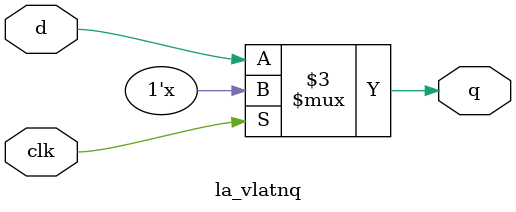
<source format=v>

module la_vlatnq #(parameter W = 1,    // width of mux
                   parameter PROP = "" // cell property
                   )
   (
    input [W-1:0]      d,
    input              clk,
    output reg [W-1:0] q
    );

   always @(clk or d)
     if (~clk)
       q <= d;

endmodule

</source>
